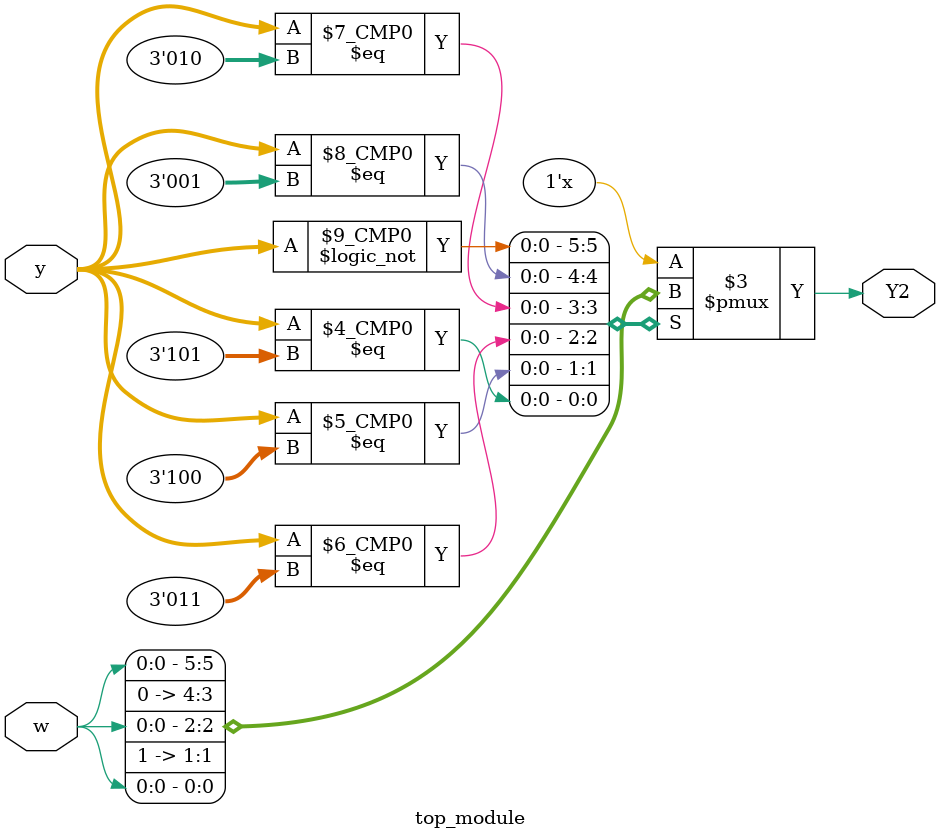
<source format=sv>
module top_module(
    input [3:1] y,
    input w,
    output reg Y2
);

always @(*) begin
    case (y)
        3'b000: Y2 = w;
        3'b001: Y2 = 1'b0;
        3'b010: Y2 = 1'b0;
        3'b011: Y2 = w;
        3'b100: Y2 = 1'b1;
        3'b101: Y2 = w;
    endcase
end

endmodule

</source>
